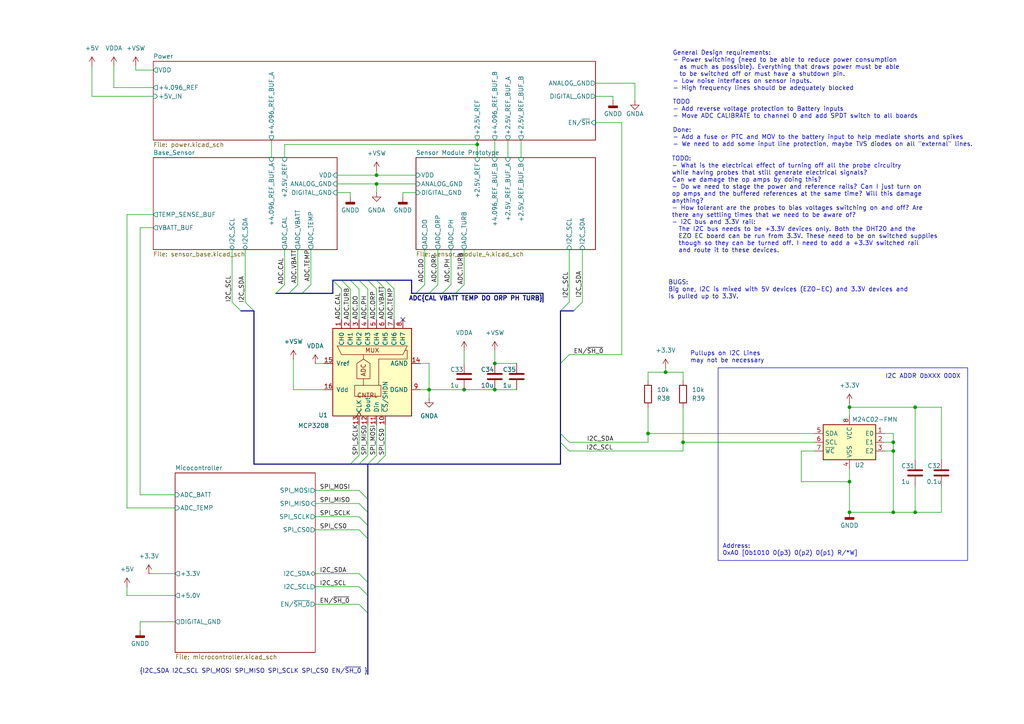
<source format=kicad_sch>
(kicad_sch (version 20231120) (generator "eeschema") (generator_version "8.0")
  (paper "A4")
  (lib_symbols
    (symbol "Analog_ADC:MCP3208" (pin_names (offset 1.016))
      (property "Reference" "U" (at -5.08 13.335 0))
      (property "Value" "MCP3208" (at -5.08 11.43 0))
      (symbol "MCP3208_0_0"
        (text "ADC" (at -0.635 1.27 0) (effects (font (size 1.27 1.27))))
        (text "CNTRL" (at 5.969 -2.921 900) (effects (font (size 1.27 1.27)) (justify left bottom)))
        (text "MUX" (at -6.35 -1.27 900) (effects (font (size 1.27 1.27))))
      )
      (symbol "MCP3208_0_1"
        (polyline (pts (xy -3.81 1.27) (xy -5.08 1.27)))
        (polyline (pts (xy 1.905 1.27) (xy 3.81 1.27)))
        (polyline (pts (xy -7.62 8.89) (xy -7.62 -11.43) (xy -5.08 -10.16) (xy -5.08 7.62) (xy -7.62 8.89)))
        (polyline (pts (xy 3.81 -3.175) (xy -3.81 -3.175) (xy -3.81 -11.43) (xy -6.35 -11.43) (xy -6.35 -10.795)))
        (polyline (pts (xy 1.905 3.175) (xy 1.905 -0.635) (xy -2.54 -0.635) (xy -3.81 1.27) (xy -2.54 3.175) (xy 1.905 3.175)))
        (rectangle (start 3.81 -3.81) (end 6.985 3.81))
        (rectangle (start 12.7 -12.7) (end -12.7 10.16) (stroke (width 0.254)) (fill (type background)))
      )
      (symbol "MCP3208_1_1"
        (pin input line (at -15.24 7.62 0) (length 2.54) (name "CH0") (number "1"))
        (pin input line (at 15.24 -5.08 180) (length 2.54) (name "~{CS}/SHDN") (number "10"))
        (pin input line (at 15.24 -2.54 180) (length 2.54) (name "Din") (number "11"))
        (pin output line (at 15.24 0 180) (length 2.54) (name "Dout") (number "12"))
        (pin input clock (at 15.24 2.54 180) (length 2.54) (name "CLK") (number "13"))
        (pin power_in line (at -2.54 -15.24 90) (length 2.54) (name "AGND") (number "14"))
        (pin power_in line (at -2.54 12.7 270) (length 2.54) (name "Vref") (number "15"))
        (pin power_in line (at 5.08 12.7 270) (length 2.54) (name "Vdd") (number "16"))
        (pin input line (at -15.24 5.08 0) (length 2.54) (name "CH1") (number "2"))
        (pin input line (at -15.24 2.54 0) (length 2.54) (name "CH2") (number "3"))
        (pin input line (at -15.24 0 0) (length 2.54) (name "CH3") (number "4"))
        (pin input line (at -15.24 -2.54 0) (length 2.54) (name "CH4") (number "5"))
        (pin input line (at -15.24 -5.08 0) (length 2.54) (name "CH5") (number "6"))
        (pin input line (at -15.24 -7.62 0) (length 2.54) (name "CH6") (number "7"))
        (pin input line (at -15.24 -10.16 0) (length 2.54) (name "CH7") (number "8"))
        (pin power_in line (at 5.08 -15.24 90) (length 2.54) (name "DGND") (number "9"))
      )
    )
    (symbol "Device:C" (pin_numbers hide) (pin_names (offset 0.254))
      (property "Reference" "C" (at 0.635 2.54 0))
      (property "Value" "C" (at 0.635 -2.54 0))
      (symbol "C_0_1"
        (polyline (pts (xy -2.032 -0.762) (xy 2.032 -0.762)) (stroke (width 0.508)))
        (polyline (pts (xy -2.032 0.762) (xy 2.032 0.762)) (stroke (width 0.508)))
      )
      (symbol "C_1_1"
        (pin passive line (at 0 3.81 270) (length 2.794) (name "~") (number "1"))
        (pin passive line (at 0 -3.81 90) (length 2.794) (name "~") (number "2"))
      )
    )
    (symbol "Device:R" (pin_numbers hide) (pin_names (offset 0))
      (property "Reference" "R" (at 2.032 0 90))
      (property "Value" "R" (at 0 0 90))
      (symbol "R_0_1"
        (rectangle (start -1.016 -2.54) (end 1.016 2.54) (stroke (width 0.254)))
      )
      (symbol "R_1_1"
        (pin passive line (at 0 3.81 270) (length 1.27) (name "~") (number "1"))
        (pin passive line (at 0 -3.81 90) (length 1.27) (name "~") (number "2"))
      )
    )
    (symbol "Memory_EEPROM:M24C02-FMN"
      (property "Reference" "U" (at -6.35 6.35 0))
      (property "Value" "M24C02-FMN" (at 7.62 6.35 0))
      (symbol "M24C02-FMN_0_1"
        (rectangle (start -7.62 5.08) (end 7.62 -5.08) (stroke (width 0.254)) (fill (type background)))
      )
      (symbol "M24C02-FMN_1_1"
        (pin input line (at -10.16 2.54 0) (length 2.54) (name "E0") (number "1"))
        (pin input line (at -10.16 0 0) (length 2.54) (name "E1") (number "2"))
        (pin input line (at -10.16 -2.54 0) (length 2.54) (name "E2") (number "3"))
        (pin power_in line (at 0 -7.62 90) (length 2.54) (name "VSS") (number "4"))
        (pin bidirectional line (at 10.16 2.54 180) (length 2.54) (name "SDA") (number "5"))
        (pin input line (at 10.16 0 180) (length 2.54) (name "SCL") (number "6"))
        (pin input line (at 10.16 -2.54 180) (length 2.54) (name "~{WC}") (number "7"))
        (pin power_in line (at 0 7.62 270) (length 2.54) (name "VCC") (number "8"))
      )
    )
    (symbol "power:+3.3V" (power) (pin_numbers hide) (pin_names (offset 0) hide)
      (property "Value" "+3.3V" (at 0 3.556 0))
      (symbol "+3.3V_0_1"
        (polyline (pts (xy -0.762 1.27) (xy 0 2.54)))
        (polyline (pts (xy 0 0) (xy 0 2.54)))
        (polyline (pts (xy 0 2.54) (xy 0.762 1.27)))
      )
      (symbol "+3.3V_1_1"
        (pin power_in line (at 0 0 90) (length 0) (name "~") (number "1"))
      )
    )
    (symbol "power:+5V" (power) (pin_numbers hide) (pin_names (offset 0) hide)
      (property "Value" "+5V" (at 0 3.556 0))
      (symbol "+5V_0_1"
        (polyline (pts (xy -0.762 1.27) (xy 0 2.54)))
        (polyline (pts (xy 0 0) (xy 0 2.54)))
        (polyline (pts (xy 0 2.54) (xy 0.762 1.27)))
      )
      (symbol "+5V_1_1"
        (pin power_in line (at 0 0 90) (length 0) (name "~") (number "1"))
      )
    )
    (symbol "power:+VSW" (power) (pin_numbers hide) (pin_names (offset 0) hide)
      (property "Value" "+VSW" (at 0 3.556 0))
      (symbol "+VSW_0_1"
        (polyline (pts (xy -0.762 1.27) (xy 0 2.54)))
        (polyline (pts (xy 0 0) (xy 0 2.54)))
        (polyline (pts (xy 0 2.54) (xy 0.762 1.27)))
      )
      (symbol "+VSW_1_1"
        (pin power_in line (at 0 0 90) (length 0) (name "~") (number "1"))
      )
    )
    (symbol "power:GNDA" (power) (pin_numbers hide) (pin_names (offset 0) hide)
      (property "Value" "GNDA" (at 0 -3.81 0))
      (symbol "GNDA_0_1"
        (polyline (pts (xy 0 0) (xy 0 -1.27) (xy 1.27 -1.27) (xy 0 -2.54) (xy -1.27 -1.27) (xy 0 -1.27)))
      )
      (symbol "GNDA_1_1"
        (pin power_in line (at 0 0 270) (length 0) (name "~") (number "1"))
      )
    )
    (symbol "power:GNDD" (power) (pin_numbers hide) (pin_names (offset 0) hide)
      (property "Value" "GNDD" (at 0 -3.175 0))
      (symbol "GNDD_0_1"
        (rectangle (start -1.27 -1.524) (end 1.27 -2.032) (stroke (width 0.254)) (fill (type outline)))
        (polyline (pts (xy 0 0) (xy 0 -1.524)))
      )
      (symbol "GNDD_1_1"
        (pin power_in line (at 0 0 270) (length 0) (name "~") (number "1"))
      )
    )
    (symbol "power:VDDA" (power) (pin_numbers hide) (pin_names (offset 0) hide)
      (property "Value" "VDDA" (at 0 3.556 0))
      (symbol "VDDA_0_1"
        (polyline (pts (xy -0.762 1.27) (xy 0 2.54)))
        (polyline (pts (xy 0 0) (xy 0 2.54)))
        (polyline (pts (xy 0 2.54) (xy 0.762 1.27)))
      )
      (symbol "VDDA_1_1"
        (pin power_in line (at 0 0 90) (length 0) (name "~") (number "1"))
      )
    )
  )
  (junction (at 143.51 113.03))
  (junction (at 246.38 148.59))
  (junction (at 259.08 128.27))
  (junction (at 246.38 118.11))
  (junction (at 265.43 118.11))
  (junction (at 265.43 148.59))
  (junction (at 193.04 107.95))
  (junction (at 109.22 50.8))
  (junction (at 246.38 139.7))
  (junction (at 187.96 125.73))
  (junction (at 259.08 148.59))
  (junction (at 198.12 128.27))
  (junction (at 259.08 130.81))
  (junction (at 143.51 105.41))
  (junction (at 109.22 53.34))
  (junction (at 124.46 113.03))
  (junction (at 138.43 41.91))
  (junction (at 134.62 113.03))
  (no_connect (at 116.84 92.71))
  (bus_entry (at 162.56 90.17) (size 2.54 -2.54))
  (bus_entry (at 106.68 177.8) (size -2.54 -2.54))
  (bus_entry (at 106.68 152.4) (size -2.54 -2.54))
  (bus_entry (at 69.85 90.17) (size -2.54 -2.54))
  (bus_entry (at 99.06 81.28) (size 2.54 2.54))
  (bus_entry (at 104.14 81.28) (size 2.54 2.54))
  (bus_entry (at 83.82 85.09) (size 2.54 -2.54))
  (bus_entry (at 106.68 168.91) (size -2.54 -2.54))
  (bus_entry (at 124.46 85.09) (size 2.54 -2.54))
  (bus_entry (at 109.22 134.62) (size 2.54 -2.54))
  (bus_entry (at 120.65 85.09) (size 2.54 -2.54))
  (bus_entry (at 87.63 85.09) (size 2.54 -2.54))
  (bus_entry (at 132.08 85.09) (size 2.54 -2.54))
  (bus_entry (at 104.14 134.62) (size 2.54 -2.54))
  (bus_entry (at 162.56 105.41) (size 2.54 -2.54))
  (bus_entry (at 73.66 90.17) (size -2.54 -2.54))
  (bus_entry (at 109.22 81.28) (size 2.54 2.54))
  (bus_entry (at 162.56 128.27) (size 2.54 2.54))
  (bus_entry (at 106.68 134.62) (size 2.54 -2.54))
  (bus_entry (at 166.37 90.17) (size 2.54 -2.54))
  (bus_entry (at 101.6 81.28) (size 2.54 2.54))
  (bus_entry (at 162.56 125.73) (size 2.54 2.54))
  (bus_entry (at 106.68 156.21) (size -2.54 -2.54))
  (bus_entry (at 106.68 144.78) (size -2.54 -2.54))
  (bus_entry (at 80.01 85.09) (size 2.54 -2.54))
  (bus_entry (at 96.52 81.28) (size 2.54 2.54))
  (bus_entry (at 106.68 81.28) (size 2.54 2.54))
  (bus_entry (at 106.68 172.72) (size -2.54 -2.54))
  (bus_entry (at 106.68 148.59) (size -2.54 -2.54))
  (bus_entry (at 101.6 134.62) (size 2.54 -2.54))
  (bus_entry (at 111.76 81.28) (size 2.54 2.54))
  (bus_entry (at 128.27 85.09) (size 2.54 -2.54))
  (wire (pts (xy 26.67 19.05) (xy 26.67 27.94)))
  (wire (pts (xy 130.81 72.39) (xy 130.81 82.55)))
  (wire (pts (xy 109.22 132.08) (xy 109.22 123.19)))
  (bus (pts (xy 162.56 105.41) (xy 162.56 125.73)))
  (wire (pts (xy 86.36 72.39) (xy 86.36 82.55)))
  (wire (pts (xy 40.64 66.04) (xy 44.45 66.04)))
  (wire (pts (xy 259.08 130.81) (xy 256.54 130.81)))
  (bus (pts (xy 132.08 85.09) (xy 157.48 85.09)))
  (wire (pts (xy 193.04 107.95) (xy 198.12 107.95)))
  (wire (pts (xy 187.96 110.49) (xy 187.96 107.95)))
  (wire (pts (xy 124.46 113.03) (xy 121.92 113.03)))
  (wire (pts (xy 187.96 125.73) (xy 236.22 125.73)))
  (wire (pts (xy 246.38 135.89) (xy 246.38 139.7)))
  (wire (pts (xy 246.38 139.7) (xy 246.38 148.59)))
  (bus (pts (xy 80.01 85.09) (xy 83.82 85.09)))
  (bus (pts (xy 119.38 81.28) (xy 111.76 81.28)))
  (wire (pts (xy 147.32 40.64) (xy 147.32 45.72)))
  (wire (pts (xy 273.05 133.35) (xy 273.05 118.11)))
  (bus (pts (xy 104.14 134.62) (xy 101.6 134.62)))
  (wire (pts (xy 114.3 83.82) (xy 114.3 92.71)))
  (wire (pts (xy 180.34 35.56) (xy 180.34 102.87)))
  (wire (pts (xy 143.51 113.03) (xy 149.86 113.03)))
  (wire (pts (xy 44.45 20.32) (xy 39.37 20.32)))
  (wire (pts (xy 138.43 40.64) (xy 138.43 41.91)))
  (wire (pts (xy 232.41 139.7) (xy 246.38 139.7)))
  (bus (pts (xy 157.48 87.63) (xy 157.48 85.09)))
  (wire (pts (xy 168.91 72.39) (xy 168.91 87.63)))
  (wire (pts (xy 82.55 41.91) (xy 138.43 41.91)))
  (wire (pts (xy 259.08 128.27) (xy 259.08 130.81)))
  (wire (pts (xy 82.55 72.39) (xy 82.55 82.55)))
  (wire (pts (xy 85.09 104.14) (xy 85.09 113.03)))
  (wire (pts (xy 99.06 83.82) (xy 99.06 92.71)))
  (wire (pts (xy 109.22 49.53) (xy 109.22 50.8)))
  (wire (pts (xy 127 72.39) (xy 127 82.55)))
  (wire (pts (xy 91.44 166.37) (xy 104.14 166.37)))
  (wire (pts (xy 91.44 170.18) (xy 104.14 170.18)))
  (wire (pts (xy 101.6 57.15) (xy 101.6 55.88)))
  (wire (pts (xy 124.46 113.03) (xy 124.46 105.41)))
  (wire (pts (xy 143.51 101.6) (xy 143.51 105.41)))
  (wire (pts (xy 187.96 107.95) (xy 193.04 107.95)))
  (wire (pts (xy 259.08 125.73) (xy 259.08 128.27)))
  (bus (pts (xy 101.6 81.28) (xy 104.14 81.28)))
  (wire (pts (xy 265.43 140.97) (xy 265.43 148.59)))
  (wire (pts (xy 106.68 132.08) (xy 106.68 123.19)))
  (wire (pts (xy 265.43 133.35) (xy 265.43 118.11)))
  (bus (pts (xy 124.46 85.09) (xy 128.27 85.09)))
  (wire (pts (xy 40.64 143.51) (xy 50.8 143.51)))
  (bus (pts (xy 106.68 152.4) (xy 106.68 156.21)))
  (bus (pts (xy 69.85 90.17) (xy 73.66 90.17)))
  (bus (pts (xy 106.68 134.62) (xy 104.14 134.62)))
  (wire (pts (xy 104.14 146.05) (xy 91.44 146.05)))
  (wire (pts (xy 36.83 147.32) (xy 36.83 62.23)))
  (wire (pts (xy 85.09 113.03) (xy 93.98 113.03)))
  (bus (pts (xy 83.82 85.09) (xy 87.63 85.09)))
  (wire (pts (xy 43.18 166.37) (xy 50.8 166.37)))
  (wire (pts (xy 165.1 72.39) (xy 165.1 87.63)))
  (wire (pts (xy 259.08 148.59) (xy 265.43 148.59)))
  (bus (pts (xy 106.68 177.8) (xy 106.68 195.58)))
  (wire (pts (xy 116.84 55.88) (xy 116.84 57.15)))
  (wire (pts (xy 246.38 148.59) (xy 259.08 148.59)))
  (bus (pts (xy 162.56 128.27) (xy 162.56 134.62)))
  (bus (pts (xy 106.68 144.78) (xy 106.68 148.59)))
  (bus (pts (xy 162.56 125.73) (xy 162.56 128.27)))
  (wire (pts (xy 193.04 107.95) (xy 193.04 106.68)))
  (wire (pts (xy 165.1 102.87) (xy 180.34 102.87)))
  (wire (pts (xy 180.34 35.56) (xy 172.72 35.56)))
  (bus (pts (xy 106.68 134.62) (xy 106.68 144.78)))
  (wire (pts (xy 187.96 128.27) (xy 187.96 125.73)))
  (wire (pts (xy 111.76 123.19) (xy 111.76 132.08)))
  (wire (pts (xy 91.44 153.67) (xy 104.14 153.67)))
  (wire (pts (xy 36.83 62.23) (xy 44.45 62.23)))
  (wire (pts (xy 165.1 130.81) (xy 198.12 130.81)))
  (bus (pts (xy 119.38 85.09) (xy 119.38 81.28)))
  (wire (pts (xy 50.8 172.72) (xy 36.83 172.72)))
  (wire (pts (xy 198.12 128.27) (xy 236.22 128.27)))
  (bus (pts (xy 96.52 81.28) (xy 99.06 81.28)))
  (wire (pts (xy 109.22 50.8) (xy 97.79 50.8)))
  (bus (pts (xy 120.65 85.09) (xy 124.46 85.09)))
  (wire (pts (xy 198.12 118.11) (xy 198.12 128.27)))
  (wire (pts (xy 93.98 105.41) (xy 91.44 105.41)))
  (wire (pts (xy 36.83 172.72) (xy 36.83 170.18)))
  (wire (pts (xy 91.44 142.24) (xy 104.14 142.24)))
  (wire (pts (xy 124.46 113.03) (xy 124.46 115.57)))
  (wire (pts (xy 198.12 130.81) (xy 198.12 128.27)))
  (wire (pts (xy 44.45 25.4) (xy 33.02 25.4)))
  (wire (pts (xy 259.08 128.27) (xy 256.54 128.27)))
  (bus (pts (xy 162.56 105.41) (xy 162.56 90.17)))
  (bus (pts (xy 106.68 148.59) (xy 106.68 152.4)))
  (wire (pts (xy 104.14 83.82) (xy 104.14 92.71)))
  (wire (pts (xy 50.8 147.32) (xy 36.83 147.32)))
  (bus (pts (xy 109.22 81.28) (xy 111.76 81.28)))
  (bus (pts (xy 73.66 134.62) (xy 73.66 90.17)))
  (wire (pts (xy 44.45 27.94) (xy 26.67 27.94)))
  (wire (pts (xy 198.12 107.95) (xy 198.12 110.49)))
  (wire (pts (xy 39.37 20.32) (xy 39.37 19.05)))
  (wire (pts (xy 273.05 118.11) (xy 265.43 118.11)))
  (wire (pts (xy 143.51 105.41) (xy 149.86 105.41)))
  (wire (pts (xy 97.79 55.88) (xy 101.6 55.88)))
  (wire (pts (xy 177.8 27.94) (xy 172.72 27.94)))
  (wire (pts (xy 123.19 72.39) (xy 123.19 82.55)))
  (bus (pts (xy 106.68 81.28) (xy 109.22 81.28)))
  (wire (pts (xy 184.15 24.13) (xy 172.72 24.13)))
  (wire (pts (xy 246.38 118.11) (xy 246.38 120.65)))
  (bus (pts (xy 109.22 134.62) (xy 106.68 134.62)))
  (bus (pts (xy 106.68 168.91) (xy 106.68 172.72)))
  (wire (pts (xy 232.41 130.81) (xy 232.41 139.7)))
  (wire (pts (xy 67.31 72.39) (xy 67.31 87.63)))
  (bus (pts (xy 162.56 90.17) (xy 166.37 90.17)))
  (wire (pts (xy 40.64 66.04) (xy 40.64 143.51)))
  (wire (pts (xy 165.1 128.27) (xy 187.96 128.27)))
  (wire (pts (xy 265.43 118.11) (xy 246.38 118.11)))
  (wire (pts (xy 104.14 132.08) (xy 104.14 123.19)))
  (wire (pts (xy 143.51 40.64) (xy 143.51 45.72)))
  (wire (pts (xy 259.08 148.59) (xy 259.08 130.81)))
  (wire (pts (xy 109.22 53.34) (xy 120.65 53.34)))
  (wire (pts (xy 124.46 113.03) (xy 134.62 113.03)))
  (wire (pts (xy 109.22 83.82) (xy 109.22 92.71)))
  (bus (pts (xy 87.63 85.09) (xy 96.52 85.09)))
  (wire (pts (xy 111.76 83.82) (xy 111.76 92.71)))
  (wire (pts (xy 109.22 55.88) (xy 109.22 53.34)))
  (wire (pts (xy 124.46 105.41) (xy 121.92 105.41)))
  (bus (pts (xy 101.6 134.62) (xy 73.66 134.62)))
  (wire (pts (xy 90.17 72.39) (xy 90.17 82.55)))
  (wire (pts (xy 101.6 83.82) (xy 101.6 92.71)))
  (wire (pts (xy 177.8 27.94) (xy 177.8 29.21)))
  (wire (pts (xy 138.43 41.91) (xy 138.43 45.72)))
  (wire (pts (xy 273.05 140.97) (xy 273.05 148.59)))
  (wire (pts (xy 187.96 118.11) (xy 187.96 125.73)))
  (bus (pts (xy 119.38 85.09) (xy 120.65 85.09)))
  (wire (pts (xy 33.02 25.4) (xy 33.02 19.05)))
  (wire (pts (xy 106.68 83.82) (xy 106.68 92.71)))
  (wire (pts (xy 134.62 113.03) (xy 143.51 113.03)))
  (wire (pts (xy 71.12 72.39) (xy 71.12 87.63)))
  (bus (pts (xy 96.52 85.09) (xy 96.52 81.28)))
  (bus (pts (xy 106.68 172.72) (xy 106.68 177.8)))
  (wire (pts (xy 91.44 175.26) (xy 104.14 175.26)))
  (bus (pts (xy 106.68 156.21) (xy 106.68 168.91)))
  (wire (pts (xy 40.64 180.34) (xy 40.64 182.88)))
  (wire (pts (xy 134.62 72.39) (xy 134.62 82.55)))
  (wire (pts (xy 134.62 101.6) (xy 134.62 105.41)))
  (wire (pts (xy 116.84 55.88) (xy 120.65 55.88)))
  (wire (pts (xy 236.22 130.81) (xy 232.41 130.81)))
  (wire (pts (xy 50.8 180.34) (xy 40.64 180.34)))
  (bus (pts (xy 104.14 81.28) (xy 106.68 81.28)))
  (wire (pts (xy 78.74 40.64) (xy 78.74 45.72)))
  (bus (pts (xy 99.06 81.28) (xy 101.6 81.28)))
  (wire (pts (xy 97.79 53.34) (xy 109.22 53.34)))
  (bus (pts (xy 128.27 85.09) (xy 132.08 85.09)))
  (wire (pts (xy 109.22 50.8) (xy 120.65 50.8)))
  (wire (pts (xy 104.14 149.86) (xy 91.44 149.86)))
  (bus (pts (xy 109.22 134.62) (xy 162.56 134.62)))
  (wire (pts (xy 273.05 148.59) (xy 265.43 148.59)))
  (wire (pts (xy 259.08 125.73) (xy 256.54 125.73)))
  (wire (pts (xy 246.38 116.84) (xy 246.38 118.11)))
  (wire (pts (xy 82.55 45.72) (xy 82.55 41.91)))
  (wire (pts (xy 184.15 24.13) (xy 184.15 29.21)))
  (wire (pts (xy 151.13 40.64) (xy 151.13 45.72)))
  (rectangle (start 208.28 106.68) (end 280.67 162.56))
  (text "BUGS:\nBig one, I2C is mixed with 5V devices (EZO-EC) and 3.3V devices and\nis pulled up to 3.3V." (at 193.802 84.074 0) (effects (font (size 1.27 1.27)) (justify left)))
  (text "TODO:\n- What is the electrical effect of turning off all the probe circuitry \nwhile having probes that still generate electrical signals? \nCan we damage the op amps by doing this? \n- Do we need to stage the power and reference rails? Can I just turn on \nop amps and the buffered references at the same time? Will this damage\nanything?\n- How tolerant are the probes to bias voltages switching on and off? Are\nthere any settling times that we need to be aware of?\n- I2C bus and 3.3V rail:\n  The I2C bus needs to be +3.3V devices only. Both the DHT20 and the \n  EZO EC board can be run from 3.3V. These need to be on switched supplies\n  though so they can be turned off. I need to add a +3.3V switched rail\n  and route it to these devices." (at 194.818 59.436 0) (effects (font (size 1.27 1.27)) (justify left)))
  (text "I2C ADDR 0bXXX 000X" (at 267.716 109.22 0) (effects (font (size 1.27 1.27))))
  (text "Address:\n0xA0 [0b1010 0(p3) 0(p2) 0(p1) R/*W]\n" (at 209.55 159.512 0) (effects (font (size 1.27 1.27)) (justify left)))
  (text "TODO\n- Add reverse voltage protection to Battery inputs\n- Move ADC CALIBRATE to channel 0 and add SPDT switch to all boards\n\nDone:\n- Add a fuse or PTC and MOV to the battery input to help mediate shorts and spikes\n- We need to add some input line protection, maybe TVS diodes on all \"external\" lines.\n" (at 195.072 35.814 0) (effects (font (size 1.27 1.27)) (justify left)))
  (text "Pullups on I2C Lines\nmay not be necessary\n" (at 200.152 103.632 0) (effects (font (size 1.27 1.27)) (justify left)))
  (text "General Design requirements:\n- Power switching (need to be able to reduce power consumption \n  as much as possible). Everything that draws power must be able \n  to be switched off or must have a shutdown pin.\n- Low noise interfaces on sensor inputs.\n- High frequency lines should be adequately blocked" (at 195.072 20.574 0) (effects (font (size 1.27 1.27)) (justify left)))
  (label "ADC.DO" (at 123.19 74.93 270))
  (label "I2C_SDA" (at 170.18 128.27 0))
  (label "I2C_SCL" (at 177.8 130.81 180))
  (label "ADC.VBATT" (at 86.36 72.39 270))
  (label "I2C_SDA" (at 92.71 166.37 0))
  (label "I2C_SDA" (at 71.12 80.01 270))
  (label "ADC.ORP" (at 127 73.66 270))
  (label "I2C_SCL" (at 67.31 87.63 90))
  (label "ADC.TURB" (at 134.62 82.55 90))
  (label "EN{slash}~{SH_0}" (at 166.37 102.87 0))
  (label "SPI_MOSI" (at 92.71 142.24 0))
  (label "I2C_SCL" (at 165.1 78.74 270))
  (label "I2C_SDA" (at 168.91 86.36 90))
  (label "ADC.VBATT" (at 111.76 92.71 90))
  (label "ADC.CAL" (at 82.55 82.55 90))
  (label "SPI_MISO" (at 92.71 146.05 0))
  (label "SPI_SCLK" (at 92.71 149.86 0))
  (label "{I2C_SDA I2C_SCL SPI_MOSI SPI_MISO SPI_SCLK SPI_CS0 EN{slash}~{SH_0} }" (at 106.68 195.58 180))
  (label "SPI_MOSI" (at 109.22 132.08 90))
  (label "ADC.ORP" (at 109.22 92.71 90))
  (label "ADC.PH" (at 106.68 92.71 90))
  (label "ADC.TEMP" (at 90.17 72.39 270))
  (label "SPI_SCLK" (at 104.14 132.08 90))
  (label "SPI_CS0" (at 111.76 132.08 90))
  (label "SPI_CS0" (at 92.71 153.67 0))
  (label "ADC.TEMP" (at 114.3 92.71 90))
  (label "ADC{CAL VBATT TEMP DO ORP PH TURB}" (at 157.48 87.63 180) (effects (font (thickness 0.254) (bold yes))))
  (label "ADC.CAL" (at 99.06 92.71 90))
  (label "ADC.PH" (at 130.81 74.93 270))
  (label "SPI_MISO" (at 106.68 132.08 90))
  (label "EN{slash}~{SH_0}" (at 92.71 175.26 0))
  (label "ADC.DO" (at 104.14 92.71 90))
  (label "ADC.TURB" (at 101.6 92.71 90))
  (label "I2C_SCL" (at 92.71 170.18 0))
  (symbol (lib_id "power:GNDD") (at 246.38 148.59 0) (unit 1)
    (property "Reference" "#PWR8" (effects (hide yes)))
    (property "Value" "GNDD" (at 246.38 152.4 0))
    (property "Description" "Power symbol creates a global label with name \"GNDD\" , digital ground" (effects (hide yes)))
  )
  (symbol (lib_id "power:+3.3V") (at 43.18 166.37 0) (unit 1)
    (property "Reference" "#PWR3" (effects (hide yes)))
    (property "Value" "+3.3V" (at 43.18 161.29 0))
    (property "Description" "Power symbol creates a global label with name \"+3.3V\"" (effects (hide yes)))
  )
  (symbol (lib_id "power:+3.3V") (at 193.04 106.68 0) (unit 1)
    (property "Reference" "#PWR13" (effects (hide yes)))
    (property "Value" "+3.3V" (at 193.04 101.6 0))
    (property "Description" "Power symbol creates a global label with name \"+3.3V\"" (effects (hide yes)))
  )
  (symbol (lib_id "Device:C") (at 149.86 109.22 0) (unit 1)
    (property "Reference" "C35" (at 145.796 107.188 0) (effects (justify left)))
    (property "Value" "1u" (at 145.796 111.76 0) (effects (justify left)))
    (property "Footprint" "Capacitor_SMD:C_1210_3225Metric_Pad1.33x2.70mm_HandSolder" (effects (hide yes)))
    (property "Description" "Unpolarized capacitor" (effects (hide yes)))
  )
  (symbol (lib_id "power:+VSW") (at 143.51 101.6 0) (unit 1)
    (property "Reference" "#PWR21" (effects (hide yes)))
    (property "Value" "+VSW" (at 143.51 96.52 0))
    (property "Description" "Power symbol creates a global label with name \"+VSW\"" (effects (hide yes)))
  )
  (symbol (lib_id "power:VDDA") (at 33.02 19.05 0) (unit 1)
    (property "Reference" "#PWR19" (effects (hide yes)))
    (property "Value" "VDDA" (at 33.02 13.97 0))
    (property "Description" "Power symbol creates a global label with name \"VDDA\"" (effects (hide yes)))
  )
  (symbol (lib_id "Memory_EEPROM:M24C02-FMN") (at 246.38 128.27 0) (mirror y) (unit 1)
    (property "Reference" "U2" (at 250.698 134.874 0) (effects (justify left)))
    (property "Value" "M24C02-FMN" (at 260.35 121.666 0) (effects (justify left)))
    (property "Footprint" "Package_SO:SOIC-8_3.9x4.9mm_P1.27mm" (effects (hide yes)))
    (property "Datasheet" "http://www.st.com/content/ccc/resource/technical/document/datasheet/b0/d8/50/40/5a/85/49/6f/DM00071904.pdf/files/DM00071904.pdf/jcr:content/translations/en.DM00071904.pdf" (effects (hide yes)))
    (property "Description" "2Kb (256x8) I2C Serial EEPROM, 1.6-5.5V, SOIC-8" (effects (hide yes)))
  )
  (symbol (lib_id "Device:R") (at 187.96 114.3 0) (mirror x) (unit 1)
    (property "Reference" "R38" (at 190.5 115.5701 0) (effects (justify left)))
    (property "Value" "10k" (at 190.5 113.0301 0) (effects (justify left)))
    (property "Footprint" "Resistor_SMD:R_1210_3225Metric_Pad1.30x2.65mm_HandSolder" (effects (hide yes)))
    (property "Description" "Resistor" (effects (hide yes)))
  )
  (symbol (lib_id "power:+5V") (at 36.83 170.18 0) (unit 1)
    (property "Reference" "#PWR4" (effects (hide yes)))
    (property "Value" "+5V" (at 36.83 165.1 0))
    (property "Description" "Power symbol creates a global label with name \"+5V\"" (effects (hide yes)))
  )
  (symbol (lib_id "power:+3.3V") (at 246.38 116.84 0) (unit 1)
    (property "Reference" "#PWR6" (effects (hide yes)))
    (property "Value" "+3.3V" (at 246.38 111.76 0))
    (property "Description" "Power symbol creates a global label with name \"+3.3V\"" (effects (hide yes)))
  )
  (symbol (lib_id "power:GNDA") (at 184.15 29.21 0) (unit 1)
    (property "Reference" "#PWR25" (effects (hide yes)))
    (property "Value" "GNDA" (at 184.15 33.02 0))
    (property "Description" "Power symbol creates a global label with name \"GNDA\" , analog ground" (effects (hide yes)))
  )
  (symbol (lib_id "power:GNDA") (at 124.46 115.57 0) (unit 1)
    (property "Reference" "#PWR14" (effects (hide yes)))
    (property "Value" "GNDA" (at 124.46 120.65 0))
    (property "Description" "Power symbol creates a global label with name \"GNDA\" , analog ground" (effects (hide yes)))
  )
  (symbol (lib_id "power:+VSW") (at 109.22 49.53 0) (unit 1)
    (property "Reference" "#PWR11" (effects (hide yes)))
    (property "Value" "+VSW" (at 109.22 44.45 0))
    (property "Description" "Power symbol creates a global label with name \"+VSW\"" (effects (hide yes)))
  )
  (symbol (lib_id "Device:R") (at 198.12 114.3 0) (mirror x) (unit 1)
    (property "Reference" "R39" (at 200.66 115.5701 0) (effects (justify left)))
    (property "Value" "10k" (at 200.66 113.0301 0) (effects (justify left)))
    (property "Footprint" "Resistor_SMD:R_1210_3225Metric_Pad1.30x2.65mm_HandSolder" (effects (hide yes)))
    (property "Description" "Resistor" (effects (hide yes)))
  )
  (symbol (lib_id "Device:C") (at 273.05 137.16 0) (unit 1)
    (property "Reference" "C32" (at 268.986 135.128 0) (effects (justify left)))
    (property "Value" "0.1u" (at 268.732 139.7 0) (effects (justify left)))
    (property "Footprint" "Capacitor_SMD:C_1210_3225Metric_Pad1.33x2.70mm_HandSolder" (effects (hide yes)))
    (property "Description" "Unpolarized capacitor" (effects (hide yes)))
  )
  (symbol (lib_id "power:VDDA") (at 91.44 105.41 0) (unit 1)
    (property "Reference" "#PWR9" (effects (hide yes)))
    (property "Value" "VDDA" (at 91.44 100.33 0))
    (property "Description" "Power symbol creates a global label with name \"VDDA\"" (effects (hide yes)))
  )
  (symbol (lib_id "Device:C") (at 143.51 109.22 0) (unit 1)
    (property "Reference" "C34" (at 139.446 107.188 0) (effects (justify left)))
    (property "Value" "10u" (at 139.446 111.76 0) (effects (justify left)))
    (property "Footprint" "Capacitor_SMD:C_1210_3225Metric_Pad1.33x2.70mm_HandSolder" (effects (hide yes)))
    (property "Description" "Unpolarized capacitor" (effects (hide yes)))
  )
  (symbol (lib_id "Device:C") (at 265.43 137.16 0) (unit 1)
    (property "Reference" "C31" (at 261.366 135.128 0) (effects (justify left)))
    (property "Value" "1u" (at 261.366 139.7 0) (effects (justify left)))
    (property "Footprint" "Capacitor_SMD:C_1210_3225Metric_Pad1.33x2.70mm_HandSolder" (effects (hide yes)))
    (property "Description" "Unpolarized capacitor" (effects (hide yes)))
  )
  (symbol (lib_id "power:VDDA") (at 134.62 101.6 0) (unit 1)
    (property "Reference" "#PWR12" (effects (hide yes)))
    (property "Value" "VDDA" (at 134.62 96.52 0))
    (property "Description" "Power symbol creates a global label with name \"VDDA\"" (effects (hide yes)))
  )
  (symbol (lib_id "power:GNDD") (at 177.8 29.21 0) (unit 1)
    (property "Reference" "#PWR24" (effects (hide yes)))
    (property "Value" "GNDD" (at 177.8 33.02 0))
    (property "Description" "Power symbol creates a global label with name \"GNDD\" , digital ground" (effects (hide yes)))
  )
  (symbol (lib_id "Device:C") (at 134.62 109.22 0) (unit 1)
    (property "Reference" "C33" (at 130.556 107.188 0) (effects (justify left)))
    (property "Value" "1u" (at 130.556 111.76 0) (effects (justify left)))
    (property "Footprint" "Capacitor_SMD:C_1210_3225Metric_Pad1.33x2.70mm_HandSolder" (effects (hide yes)))
    (property "Description" "Unpolarized capacitor" (effects (hide yes)))
  )
  (symbol (lib_id "power:+VSW") (at 39.37 19.05 0) (unit 1)
    (property "Reference" "#PWR28" (effects (hide yes)))
    (property "Value" "+VSW" (at 39.37 13.97 0))
    (property "Description" "Power symbol creates a global label with name \"+VSW\"" (effects (hide yes)))
  )
  (symbol (lib_id "Analog_ADC:MCP3208") (at 106.68 107.95 90) (mirror x) (unit 1)
    (property "Reference" "U1" (at 93.726 120.396 90))
    (property "Value" "MCP3208" (at 90.932 123.444 90))
    (property "Footprint" "Package_SO:SOIC-16_3.9x9.9mm_P1.27mm" (effects (hide yes)))
    (property "Datasheet" "http://ww1.microchip.com/downloads/en/DeviceDoc/21298c.pdf" (effects (hide yes)))
    (property "Description" "A/D Converter, 12-Bit, 8-Channel, SPI Interface , 2.7V-5.5V" (effects (hide yes)))
  )
  (symbol (lib_id "power:+VSW") (at 85.09 104.14 0) (unit 1)
    (property "Reference" "#PWR20" (effects (hide yes)))
    (property "Value" "+VSW" (at 85.09 99.06 0))
    (property "Description" "Power symbol creates a global label with name \"+VSW\"" (effects (hide yes)))
  )
  (symbol (lib_id "power:GNDD") (at 116.84 57.15 0) (unit 1)
    (property "Reference" "#PWR7" (effects (hide yes)))
    (property "Value" "GNDD" (at 116.84 60.96 0))
    (property "Description" "Power symbol creates a global label with name \"GNDD\" , digital ground" (effects (hide yes)))
  )
  (symbol (lib_id "power:+5V") (at 26.67 19.05 0) (unit 1)
    (property "Reference" "#PWR5" (effects (hide yes)))
    (property "Value" "+5V" (at 26.67 13.97 0))
    (property "Description" "Power symbol creates a global label with name \"+5V\"" (effects (hide yes)))
  )
  (symbol (lib_id "power:GNDD") (at 40.64 182.88 0) (unit 1)
    (property "Reference" "#PWR2" (effects (hide yes)))
    (property "Value" "GNDD" (at 40.64 186.69 0))
    (property "Description" "Power symbol creates a global label with name \"GNDD\" , digital ground" (effects (hide yes)))
  )
  (symbol (lib_id "power:GNDD") (at 101.6 57.15 0) (unit 1)
    (property "Reference" "#PWR22" (effects (hide yes)))
    (property "Value" "GNDD" (at 101.6 60.96 0))
    (property "Description" "Power symbol creates a global label with name \"GNDD\" , digital ground" (effects (hide yes)))
  )
  (symbol (lib_id "power:GNDA") (at 109.22 55.88 0) (unit 1)
    (property "Reference" "#PWR23" (effects (hide yes)))
    (property "Value" "GNDA" (at 109.22 60.96 0))
    (property "Description" "Power symbol creates a global label with name \"GNDA\" , analog ground" (effects (hide yes)))
  )
  (sheet (at 44.45 17.78) (size 128.27 22.86) (stroke (width 0.1524))
    (property "Sheetname" "Power" (at 44.45 17.0684 0) (effects (justify left bottom)))
    (property "Sheetfile" "power.kicad_sch" (at 44.45 41.2246 0) (effects (justify left top)))
    (pin "ANALOG_GND" output (at 172.72 24.13 0))
    (pin "DIGITAL_GND" output (at 172.72 27.94 0))
    (pin "+2.5V_REF_BUF_B" output (at 151.13 40.64 270))
    (pin "+2.5V_REF_BUF_A" output (at 147.32 40.64 270))
    (pin "EN{slash}~{SH}" input (at 172.72 35.56 0))
    (pin "+4.096_REF" output (at 44.45 25.4 180))
    (pin "VDD" output (at 44.45 20.32 180))
    (pin "+4.096_REF_BUF_A" output (at 78.74 40.64 270))
    (pin "+2.5V_REF" output (at 138.43 40.64 270))
    (pin "+4.096_REF_BUF_B" output (at 143.51 40.64 270))
    (pin "+5V_IN" input (at 44.45 27.94 180))
  )
  (sheet (at 50.8 137.16) (size 40.64 52.07) (stroke (width 0.1524))
    (property "Sheetname" "Micocontroller" (at 50.8 136.4484 0) (effects (justify left bottom)))
    (property "Sheetfile" "microcontroller.kicad_sch" (at 50.8 189.8146 0) (effects (justify left top)))
    (pin "SPI_CS0" output (at 91.44 153.67 0))
    (pin "I2C_SCL" output (at 91.44 170.18 0))
    (pin "SPI_MISO" input (at 91.44 146.05 0))
    (pin "SPI_MOSI" output (at 91.44 142.24 0))
    (pin "I2C_SDA" bidirectional (at 91.44 166.37 0))
    (pin "SPI_SCLK" output (at 91.44 149.86 0))
    (pin "EN{slash}~{SH_0}" output (at 91.44 175.26 0))
    (pin "ADC_TEMP" input (at 50.8 147.32 180))
    (pin "ADC_BATT" input (at 50.8 143.51 180))
    (pin "DIGITAL_GND" output (at 50.8 180.34 180))
    (pin "+3.3V" output (at 50.8 166.37 180))
    (pin "+5.0V" output (at 50.8 172.72 180))
  )
  (sheet (at 120.65 45.72) (size 52.07 26.67) (stroke (width 0.1524))
    (property "Sheetname" "Sensor Module Prototype" (at 120.65 45.0084 0) (effects (justify left bottom)))
    (property "Sheetfile" "sensor_module_4.kicad_sch" (at 120.65 72.9746 0) (effects (justify left top)))
    (pin "+2.5V_REF_BUF_A" input (at 147.32 45.72 90))
    (pin "+2.5V_REF" input (at 138.43 45.72 90))
    (pin "+2.5V_REF_BUF_B" input (at 151.13 45.72 90))
    (pin "ADC_PH" output (at 130.81 72.39 270))
    (pin "ADC_DO" output (at 123.19 72.39 270))
    (pin "I2C_SCL" input (at 165.1 72.39 270))
    (pin "I2C_SDA" input (at 168.91 72.39 270))
    (pin "ADC_ORP" output (at 127 72.39 270))
    (pin "ADC_TURB" output (at 134.62 72.39 270))
    (pin "VDD" input (at 120.65 50.8 180))
    (pin "ANALOG_GND" input (at 120.65 53.34 180))
    (pin "DIGITAL_GND" input (at 120.65 55.88 180))
    (pin "+4.096_REF_BUF_B" input (at 143.51 45.72 90))
  )
  (sheet (at 44.45 45.72) (size 53.34 26.67) (stroke (width 0.1524))
    (property "Sheetname" "Base_Sensor" (at 44.45 45.0084 0) (effects (justify left bottom)))
    (property "Sheetfile" "sensor_base.kicad_sch" (at 44.45 72.9746 0) (effects (justify left top)))
    (pin "VDD" input (at 97.79 50.8 0))
    (pin "+4.096_REF_BUF_A" input (at 78.74 45.72 90))
    (pin "ADC_TEMP" output (at 90.17 72.39 270))
    (pin "TEMP_SENSE_BUF" output (at 44.45 62.23 180))
    (pin "I2C_SDA" bidirectional (at 71.12 72.39 270))
    (pin "I2C_SCL" bidirectional (at 67.31 72.39 270))
    (pin "ADC_VBATT" output (at 86.36 72.39 270))
    (pin "ADC_CAL" output (at 82.55 72.39 270))
    (pin "VBATT_BUF" output (at 44.45 66.04 180))
    (pin "ANALOG_GND" input (at 97.79 53.34 0))
    (pin "DIGITAL_GND" input (at 97.79 55.88 0))
    (pin "+2.5V_REF" input (at 82.55 45.72 90))
  )
)
</source>
